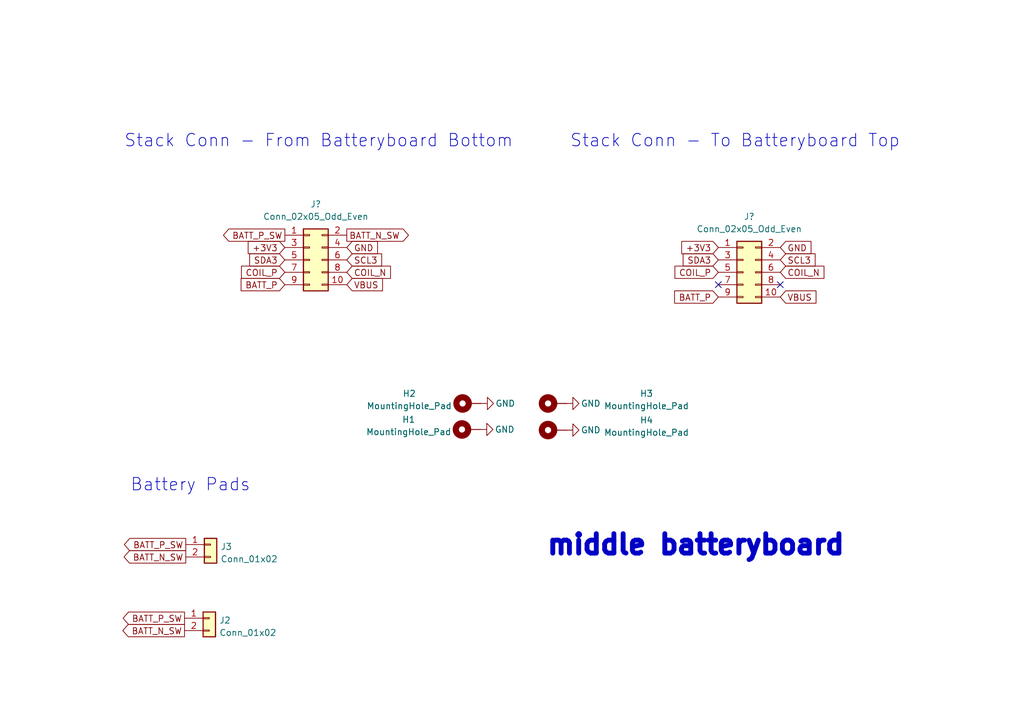
<source format=kicad_sch>
(kicad_sch (version 20211123) (generator eeschema)
  (paper "A5")
  (title_block (title "PyCubed Mini") (date "2022-05-24") (rev "01") (company "RExLab Carnegie Mellon University") (comment 1 "N. Khera"))
  (lib_symbols
    (symbol "Connector_Generic:Conn_01x02" (pin_names (offset 1.016) hide)
      (property "Reference" "J" (at 0 2.54 0))
      (property "Value" "Conn_01x02" (at 0 -5.08 0))
      (symbol "Conn_01x02_1_1"
        (rectangle (start -1.27 -2.413) (end 0 -2.667) (stroke (width 0.1524)))
        (rectangle (start -1.27 0.127) (end 0 -0.127) (stroke (width 0.1524)))
        (rectangle (start -1.27 1.27) (end 1.27 -3.81) (stroke (width 0.254)) (fill (type background)))
        (pin passive line (at -5.08 0 0) (length 3.81) (name "Pin_1") (number "1"))
        (pin passive line (at -5.08 -2.54 0) (length 3.81) (name "Pin_2") (number "2"))
      )
    )
    (symbol "Connector_Generic:Conn_02x05_Odd_Even" (pin_names (offset 1.016) hide)
      (property "Reference" "J" (at 1.27 7.62 0))
      (property "Value" "Conn_02x05_Odd_Even" (at 1.27 -7.62 0))
      (symbol "Conn_02x05_Odd_Even_1_1"
        (rectangle (start -1.27 -4.953) (end 0 -5.207) (stroke (width 0.1524)))
        (rectangle (start -1.27 -2.413) (end 0 -2.667) (stroke (width 0.1524)))
        (rectangle (start -1.27 0.127) (end 0 -0.127) (stroke (width 0.1524)))
        (rectangle (start -1.27 2.667) (end 0 2.413) (stroke (width 0.1524)))
        (rectangle (start -1.27 5.207) (end 0 4.953) (stroke (width 0.1524)))
        (rectangle (start -1.27 6.35) (end 3.81 -6.35) (stroke (width 0.254)) (fill (type background)))
        (rectangle (start 3.81 -4.953) (end 2.54 -5.207) (stroke (width 0.1524)))
        (rectangle (start 3.81 -2.413) (end 2.54 -2.667) (stroke (width 0.1524)))
        (rectangle (start 3.81 0.127) (end 2.54 -0.127) (stroke (width 0.1524)))
        (rectangle (start 3.81 2.667) (end 2.54 2.413) (stroke (width 0.1524)))
        (rectangle (start 3.81 5.207) (end 2.54 4.953) (stroke (width 0.1524)))
        (pin passive line (at -5.08 5.08 0) (length 3.81) (name "Pin_1") (number "1"))
        (pin passive line (at 7.62 -5.08 180) (length 3.81) (name "Pin_10") (number "10"))
        (pin passive line (at 7.62 5.08 180) (length 3.81) (name "Pin_2") (number "2"))
        (pin passive line (at -5.08 2.54 0) (length 3.81) (name "Pin_3") (number "3"))
        (pin passive line (at 7.62 2.54 180) (length 3.81) (name "Pin_4") (number "4"))
        (pin passive line (at -5.08 0 0) (length 3.81) (name "Pin_5") (number "5"))
        (pin passive line (at 7.62 0 180) (length 3.81) (name "Pin_6") (number "6"))
        (pin passive line (at -5.08 -2.54 0) (length 3.81) (name "Pin_7") (number "7"))
        (pin passive line (at 7.62 -2.54 180) (length 3.81) (name "Pin_8") (number "8"))
        (pin passive line (at -5.08 -5.08 0) (length 3.81) (name "Pin_9") (number "9"))
      )
    )
    (symbol "Mechanical:MountingHole_Pad" (pin_numbers hide) (pin_names (offset 1.016) hide)
      (property "Reference" "H" (at 0 6.35 0))
      (property "Value" "MountingHole_Pad" (at 0 4.445 0))
      (symbol "MountingHole_Pad_0_1"
        (circle (center 0 1.27) (radius 1.27) (stroke (width 1.27)))
      )
      (symbol "MountingHole_Pad_1_1"
        (pin input line (at 0 -2.54 90) (length 2.54) (name "1") (number "1"))
      )
    )
    (symbol "power:GND" (power) (pin_names (offset 0))
      (property "Value" "GND" (at 0 -3.81 0))
      (symbol "GND_0_1"
        (polyline (pts (xy 0 0) (xy 0 -1.27) (xy 1.27 -1.27) (xy 0 -2.54) (xy -1.27 -1.27) (xy 0 -1.27)))
      )
      (symbol "GND_1_1"
        (pin power_in line (at 0 0 270) (length 0) hide (name "GND") (number "1"))
      )
    )
  )
  (no_connect (at 147.32 58.42))
  (no_connect (at 160.02 58.42))
  (text "Stack Conn - To Batteryboard Top" (at 116.84 30.48 0) (effects (font (size 2.54 2.54)) (justify left bottom)))
  (text "Stack Conn - From Batteryboard Bottom" (at 25.4 30.48 0) (effects (font (size 2.54 2.54)) (justify left bottom)))
  (text "middle batteryboard" (at 111.76 114.3 0) (effects (font (size 3.9878 3.9878) (thickness 1.016) bold) (justify left bottom)))
  (text "Battery Pads" (at 26.67 101.092 0) (effects (font (size 2.54 2.54)) (justify left bottom)))
  (global_label "VBUS" (shape input) (at 160.02 60.96 0) (property "Intersheet References" "${INTERSHEET_REFS}" (effects hide)))
  (global_label "BATT_P_SW" (shape output) (at 37.846 126.873 180) (property "Intersheet References" "${INTERSHEET_REFS}" (effects hide)))
  (global_label "BATT_P_SW" (shape output) (at 58.42 48.26 180) (property "Intersheet References" "${INTERSHEET_REFS}" (effects hide)))
  (global_label "SDA3" (shape input) (at 147.32 53.34 180) (property "Intersheet References" "${INTERSHEET_REFS}" (effects hide)))
  (global_label "VBUS" (shape input) (at 71.12 58.42 0) (property "Intersheet References" "${INTERSHEET_REFS}" (effects hide)))
  (global_label "SDA3" (shape input) (at 58.42 53.34 180) (property "Intersheet References" "${INTERSHEET_REFS}" (effects hide)))
  (global_label "+3V3" (shape input) (at 147.32 50.8 180) (property "Intersheet References" "${INTERSHEET_REFS}" (effects hide)))
  (global_label "BATT_N_SW" (shape output) (at 38.1 114.3 180) (property "Intersheet References" "${INTERSHEET_REFS}" (effects hide)))
  (global_label "COIL_N" (shape input) (at 160.02 55.88 0) (property "Intersheet References" "${INTERSHEET_REFS}" (effects hide)))
  (global_label "COIL_P" (shape input) (at 58.42 55.88 180) (property "Intersheet References" "${INTERSHEET_REFS}" (effects hide)))
  (global_label "GND" (shape input) (at 71.12 50.8 0) (property "Intersheet References" "${INTERSHEET_REFS}" (effects hide)))
  (global_label "COIL_P" (shape input) (at 147.32 55.88 180) (property "Intersheet References" "${INTERSHEET_REFS}" (effects hide)))
  (global_label "GND" (shape input) (at 160.02 50.8 0) (property "Intersheet References" "${INTERSHEET_REFS}" (effects hide)))
  (global_label "SCL3" (shape input) (at 71.12 53.34 0) (property "Intersheet References" "${INTERSHEET_REFS}" (effects hide)))
  (global_label "BATT_P_SW" (shape output) (at 38.1 111.76 180) (property "Intersheet References" "${INTERSHEET_REFS}" (effects hide)))
  (global_label "BATT_N_SW" (shape output) (at 71.12 48.26 0) (property "Intersheet References" "${INTERSHEET_REFS}" (effects hide)))
  (global_label "BATT_N_SW" (shape output) (at 37.846 129.413 180) (property "Intersheet References" "${INTERSHEET_REFS}" (effects hide)))
  (global_label "BATT_P" (shape input) (at 147.32 60.96 180) (property "Intersheet References" "${INTERSHEET_REFS}" (effects hide)))
  (global_label "SCL3" (shape input) (at 160.02 53.34 0) (property "Intersheet References" "${INTERSHEET_REFS}" (effects hide)))
  (global_label "COIL_N" (shape input) (at 71.12 55.88 0) (property "Intersheet References" "${INTERSHEET_REFS}" (effects hide)))
  (global_label "BATT_P" (shape input) (at 58.42 58.42 180) (property "Intersheet References" "${INTERSHEET_REFS}" (effects hide)))
  (global_label "+3V3" (shape input) (at 58.42 50.8 180) (property "Intersheet References" "${INTERSHEET_REFS}" (effects hide)))
  (symbol (lib_id "power:GND") (at 98.552 88.138 90) (unit 1)
    (property "Reference" "#PWR0103" (effects hide))
    (property "Value" "GND" (at 103.505 88.138 90))
  )
  (symbol (lib_id "Mechanical:MountingHole_Pad") (at 96.012 88.138 90) (unit 1)
    (property "Reference" "H1" (at 83.82 86.106 90))
    (property "Value" "MountingHole_Pad" (at 83.82 88.6429 90))
    (property "Footprint" "mainboard:MountingHole" (effects hide))
  )
  (symbol (lib_id "Mechanical:MountingHole_Pad") (at 113.665 82.804 90) (unit 1)
    (property "Reference" "H3" (at 132.588 80.772 90))
    (property "Value" "MountingHole_Pad" (at 132.588 83.3089 90))
    (property "Footprint" "mainboard:MountingHole" (effects hide))
  )
  (symbol (lib_id "Connector_Generic:Conn_02x05_Odd_Even") (at 63.5 53.34 0) (unit 1)
    (property "Reference" "J?" (at 64.77 41.91 0))
    (property "Value" "Conn_02x05_Odd_Even" (at 64.77 44.45 0))
  )
  (symbol (lib_id "Mechanical:MountingHole_Pad") (at 113.665 88.265 90) (unit 1)
    (property "Reference" "H4" (at 132.588 86.233 90))
    (property "Value" "MountingHole_Pad" (at 132.588 88.7699 90))
    (property "Footprint" "mainboard:MountingHole" (effects hide))
  )
  (symbol (lib_id "Mechanical:MountingHole_Pad") (at 96.139 82.804 90) (unit 1)
    (property "Reference" "H2" (at 83.947 80.7751 90))
    (property "Value" "MountingHole_Pad" (at 83.947 83.312 90))
    (property "Footprint" "mainboard:MountingHole" (effects hide))
  )
  (symbol (lib_id "power:GND") (at 116.205 82.804 90) (unit 1)
    (property "Reference" "#PWR0105" (effects hide))
    (property "Value" "GND" (at 121.158 82.804 90))
  )
  (symbol (lib_id "Connector_Generic:Conn_01x02") (at 43.18 111.76 0) (unit 1)
    (property "Reference" "J3" (at 45.212 112.1953 0) (effects (justify left)))
    (property "Value" "Conn_01x02" (at 45.212 114.7322 0) (effects (justify left)))
    (property "Footprint" "batteryboard:Battery Pads" (effects hide))
  )
  (symbol (lib_id "power:GND") (at 116.205 88.265 90) (unit 1)
    (property "Reference" "#PWR0106" (effects hide))
    (property "Value" "GND" (at 121.158 88.265 90))
  )
  (symbol (lib_id "power:GND") (at 98.679 82.804 90) (unit 1)
    (property "Reference" "#PWR0102" (effects hide))
    (property "Value" "GND" (at 103.632 82.804 90))
  )
  (symbol (lib_id "Connector_Generic:Conn_02x05_Odd_Even") (at 152.4 55.88 0) (unit 1)
    (property "Reference" "J?" (at 153.67 44.45 0))
    (property "Value" "Conn_02x05_Odd_Even" (at 153.67 46.99 0))
  )
  (symbol (lib_id "Connector_Generic:Conn_01x02") (at 42.926 126.873 0) (unit 1)
    (property "Reference" "J2" (at 44.958 127.3083 0) (effects (justify left)))
    (property "Value" "Conn_01x02" (at 44.958 129.8452 0) (effects (justify left)))
    (property "Footprint" "batteryboard:Battery Pads" (effects hide))
  )
)
</source>
